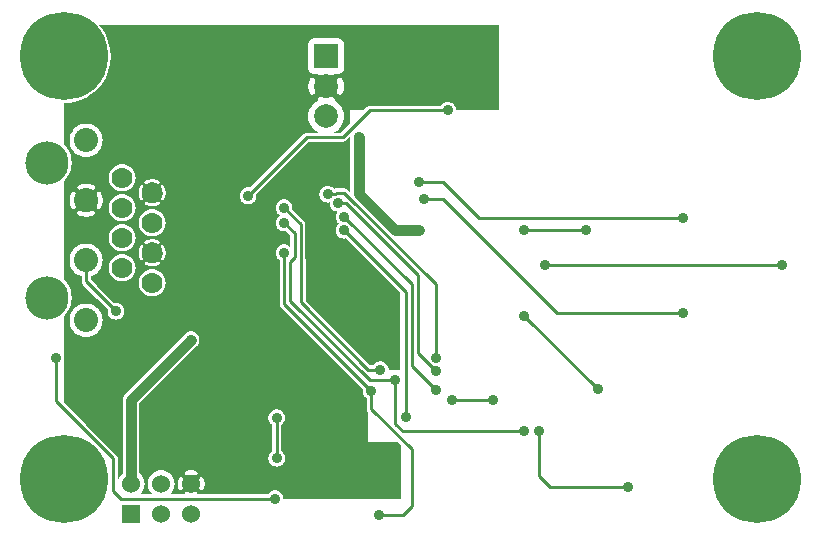
<source format=gbr>
G04 start of page 3 for group 1 idx 1 *
G04 Title: (unknown), bottom *
G04 Creator: pcb 20110918 *
G04 CreationDate: Mon 23 Feb 2015 09:14:10 PM GMT UTC *
G04 For: railfan *
G04 Format: Gerber/RS-274X *
G04 PCB-Dimensions: 265000 175000 *
G04 PCB-Coordinate-Origin: lower left *
%MOIN*%
%FSLAX25Y25*%
%LNBOTTOM*%
%ADD60C,0.1280*%
%ADD59C,0.0300*%
%ADD58C,0.0480*%
%ADD57C,0.0380*%
%ADD56C,0.1285*%
%ADD55C,0.0450*%
%ADD54C,0.0200*%
%ADD53C,0.0360*%
%ADD52C,0.1440*%
%ADD51C,0.0700*%
%ADD50C,0.0800*%
%ADD49C,0.0600*%
%ADD48C,0.2937*%
%ADD47C,0.0787*%
%ADD46C,0.0350*%
%ADD45C,0.0100*%
%ADD44C,0.0001*%
G54D44*G36*
X109261Y129500D02*X109941D01*
X110000Y129495D01*
X110235Y129514D01*
X110235Y129514D01*
X110465Y129569D01*
X110683Y129659D01*
X110884Y129783D01*
X111064Y129936D01*
X111102Y129981D01*
X112500Y131379D01*
Y112621D01*
X111602Y113519D01*
X111564Y113564D01*
X111384Y113717D01*
X111183Y113841D01*
X110965Y113931D01*
X110735Y113986D01*
X110735Y113986D01*
X110500Y114005D01*
X110441Y114000D01*
X109261D01*
Y129500D01*
G37*
G36*
Y168500D02*X112500D01*
Y135621D01*
X109379Y132500D01*
X109261D01*
Y134433D01*
X109318Y134500D01*
X109806Y135296D01*
X110164Y136160D01*
X110382Y137068D01*
X110437Y138000D01*
X110382Y138932D01*
X110164Y139840D01*
X109806Y140704D01*
X109318Y141500D01*
X109261Y141567D01*
Y145183D01*
X109331Y145195D01*
X109480Y145246D01*
X109619Y145319D01*
X109745Y145413D01*
X109855Y145525D01*
X109946Y145654D01*
X110013Y145796D01*
X110204Y146328D01*
X110337Y146877D01*
X110417Y147436D01*
X110444Y148000D01*
X110417Y148564D01*
X110337Y149123D01*
X110204Y149672D01*
X110019Y150206D01*
X109950Y150348D01*
X109858Y150477D01*
X109748Y150591D01*
X109621Y150685D01*
X109481Y150759D01*
X109332Y150809D01*
X109261Y150821D01*
Y152240D01*
X109348Y152275D01*
X109616Y152440D01*
X109856Y152644D01*
X110060Y152884D01*
X110225Y153152D01*
X110345Y153443D01*
X110418Y153749D01*
X110437Y154063D01*
X110418Y162251D01*
X110345Y162557D01*
X110225Y162848D01*
X110060Y163116D01*
X109856Y163356D01*
X109616Y163560D01*
X109348Y163725D01*
X109261Y163760D01*
Y168500D01*
G37*
G36*
Y132500D02*X106736D01*
X107204Y132694D01*
X108000Y133182D01*
X108711Y133789D01*
X109261Y134433D01*
Y132500D01*
G37*
G36*
X99739Y129500D02*X109261D01*
Y114000D01*
X108059D01*
X108000Y114005D01*
X107765Y113986D01*
X107535Y113931D01*
X107317Y113841D01*
X107181Y113757D01*
X106986Y113986D01*
X106651Y114272D01*
X106275Y114503D01*
X105868Y114671D01*
X105439Y114774D01*
X105000Y114809D01*
X104561Y114774D01*
X104132Y114671D01*
X103725Y114503D01*
X103349Y114272D01*
X103014Y113986D01*
X102728Y113651D01*
X102497Y113275D01*
X102329Y112868D01*
X102226Y112439D01*
X102191Y112000D01*
X102226Y111561D01*
X102329Y111132D01*
X102497Y110725D01*
X102728Y110349D01*
X103014Y110014D01*
X103349Y109728D01*
X103725Y109497D01*
X104132Y109329D01*
X104561Y109226D01*
X105000Y109191D01*
X105439Y109226D01*
X105714Y109292D01*
X105691Y109000D01*
X105726Y108561D01*
X105829Y108132D01*
X105997Y107725D01*
X106228Y107349D01*
X106514Y107014D01*
X106849Y106728D01*
X107225Y106497D01*
X107632Y106329D01*
X108061Y106226D01*
X108277Y106209D01*
X108228Y106151D01*
X107997Y105775D01*
X107829Y105368D01*
X107726Y104939D01*
X107691Y104500D01*
X107726Y104061D01*
X107829Y103632D01*
X107997Y103225D01*
X108228Y102849D01*
X108514Y102514D01*
X108530Y102500D01*
X99739D01*
Y129500D01*
G37*
G36*
Y134433D02*X100289Y133789D01*
X101000Y133182D01*
X101796Y132694D01*
X102264Y132500D01*
X99739D01*
Y134433D01*
G37*
G36*
Y152240D02*X99943Y152155D01*
X100249Y152082D01*
X100563Y152063D01*
X101804Y152066D01*
X101893Y151939D01*
X102004Y151826D01*
X102130Y151732D01*
X102270Y151658D01*
X102420Y151608D01*
X102576Y151581D01*
X102734Y151579D01*
X102890Y151602D01*
X103040Y151652D01*
X103392Y151778D01*
X103756Y151866D01*
X104126Y151919D01*
X104500Y151937D01*
X104874Y151919D01*
X105244Y151866D01*
X105608Y151778D01*
X105961Y151656D01*
X106111Y151606D01*
X106266Y151583D01*
X106424Y151585D01*
X106579Y151612D01*
X106728Y151662D01*
X106867Y151736D01*
X106993Y151830D01*
X107103Y151942D01*
X107194Y152071D01*
X107198Y152078D01*
X108751Y152082D01*
X109057Y152155D01*
X109261Y152240D01*
Y150821D01*
X109176Y150836D01*
X109018Y150838D01*
X108861Y150815D01*
X108710Y150768D01*
X108569Y150698D01*
X108439Y150607D01*
X108326Y150496D01*
X108232Y150370D01*
X108158Y150230D01*
X108108Y150080D01*
X108081Y149924D01*
X108079Y149766D01*
X108102Y149610D01*
X108152Y149460D01*
X108278Y149108D01*
X108366Y148744D01*
X108419Y148374D01*
X108437Y148000D01*
X108419Y147626D01*
X108366Y147256D01*
X108278Y146892D01*
X108156Y146539D01*
X108106Y146389D01*
X108083Y146234D01*
X108085Y146076D01*
X108112Y145921D01*
X108162Y145772D01*
X108236Y145633D01*
X108330Y145507D01*
X108442Y145397D01*
X108571Y145306D01*
X108712Y145236D01*
X108862Y145189D01*
X109018Y145167D01*
X109175Y145168D01*
X109261Y145183D01*
Y141567D01*
X108711Y142211D01*
X108000Y142818D01*
X107321Y143235D01*
X107336Y143324D01*
X107338Y143482D01*
X107315Y143639D01*
X107268Y143790D01*
X107198Y143931D01*
X107107Y144061D01*
X106996Y144174D01*
X106870Y144268D01*
X106730Y144342D01*
X106580Y144392D01*
X106424Y144419D01*
X106266Y144421D01*
X106110Y144398D01*
X105960Y144348D01*
X105608Y144222D01*
X105244Y144134D01*
X104874Y144081D01*
X104500Y144063D01*
X104126Y144081D01*
X103756Y144134D01*
X103392Y144222D01*
X103039Y144344D01*
X102889Y144394D01*
X102734Y144417D01*
X102576Y144415D01*
X102421Y144388D01*
X102272Y144338D01*
X102133Y144264D01*
X102007Y144170D01*
X101897Y144058D01*
X101806Y143929D01*
X101736Y143788D01*
X101689Y143638D01*
X101667Y143482D01*
X101668Y143325D01*
X101683Y143237D01*
X101000Y142818D01*
X100289Y142211D01*
X99739Y141567D01*
Y145179D01*
X99824Y145164D01*
X99982Y145162D01*
X100139Y145185D01*
X100290Y145232D01*
X100431Y145302D01*
X100561Y145393D01*
X100674Y145504D01*
X100768Y145630D01*
X100842Y145770D01*
X100892Y145920D01*
X100919Y146076D01*
X100921Y146234D01*
X100898Y146390D01*
X100848Y146540D01*
X100722Y146892D01*
X100634Y147256D01*
X100581Y147626D01*
X100563Y148000D01*
X100581Y148374D01*
X100634Y148744D01*
X100722Y149108D01*
X100844Y149461D01*
X100894Y149611D01*
X100917Y149766D01*
X100915Y149924D01*
X100888Y150079D01*
X100838Y150228D01*
X100764Y150367D01*
X100670Y150493D01*
X100558Y150603D01*
X100429Y150694D01*
X100288Y150764D01*
X100138Y150811D01*
X99982Y150833D01*
X99825Y150832D01*
X99739Y150817D01*
Y152240D01*
G37*
G36*
Y168500D02*X109261D01*
Y163760D01*
X109057Y163845D01*
X108751Y163918D01*
X108437Y163937D01*
X100249Y163918D01*
X99943Y163845D01*
X99739Y163760D01*
Y168500D01*
G37*
G36*
X50220D02*X99739D01*
Y163760D01*
X99652Y163725D01*
X99384Y163560D01*
X99144Y163356D01*
X98940Y163116D01*
X98775Y162848D01*
X98655Y162557D01*
X98582Y162251D01*
X98563Y161937D01*
X98582Y153749D01*
X98655Y153443D01*
X98775Y153152D01*
X98940Y152884D01*
X99144Y152644D01*
X99384Y152440D01*
X99652Y152275D01*
X99739Y152240D01*
Y150817D01*
X99669Y150805D01*
X99520Y150754D01*
X99381Y150681D01*
X99255Y150587D01*
X99145Y150475D01*
X99054Y150346D01*
X98987Y150204D01*
X98796Y149672D01*
X98663Y149123D01*
X98583Y148564D01*
X98556Y148000D01*
X98583Y147436D01*
X98663Y146877D01*
X98796Y146328D01*
X98981Y145794D01*
X99050Y145652D01*
X99142Y145523D01*
X99252Y145409D01*
X99379Y145315D01*
X99519Y145241D01*
X99668Y145191D01*
X99739Y145179D01*
Y141567D01*
X99682Y141500D01*
X99194Y140704D01*
X98836Y139840D01*
X98618Y138932D01*
X98545Y138000D01*
X98618Y137068D01*
X98836Y136160D01*
X99194Y135296D01*
X99682Y134500D01*
X99739Y134433D01*
Y132500D01*
X98059D01*
X98000Y132505D01*
X97765Y132486D01*
X97535Y132431D01*
X97317Y132341D01*
X97116Y132217D01*
X97115Y132217D01*
X96936Y132064D01*
X96898Y132019D01*
X79111Y114233D01*
X78939Y114274D01*
X78500Y114309D01*
X78061Y114274D01*
X77632Y114171D01*
X77225Y114003D01*
X76849Y113772D01*
X76514Y113486D01*
X76228Y113151D01*
X75997Y112775D01*
X75829Y112368D01*
X75726Y111939D01*
X75691Y111500D01*
X75726Y111061D01*
X75829Y110632D01*
X75997Y110225D01*
X76228Y109849D01*
X76514Y109514D01*
X76849Y109228D01*
X77225Y108997D01*
X77632Y108829D01*
X78061Y108726D01*
X78500Y108691D01*
X78939Y108726D01*
X79368Y108829D01*
X79775Y108997D01*
X80151Y109228D01*
X80486Y109514D01*
X80772Y109849D01*
X81003Y110225D01*
X81171Y110632D01*
X81274Y111061D01*
X81300Y111500D01*
X81274Y111939D01*
X81233Y112111D01*
X98621Y129500D01*
X99739D01*
Y102500D01*
X97416D01*
X97341Y102683D01*
X97217Y102884D01*
X97064Y103064D01*
X97019Y103102D01*
X93233Y106889D01*
X93274Y107061D01*
X93300Y107500D01*
X93274Y107939D01*
X93171Y108368D01*
X93003Y108775D01*
X92772Y109151D01*
X92486Y109486D01*
X92151Y109772D01*
X91775Y110003D01*
X91368Y110171D01*
X90939Y110274D01*
X90500Y110309D01*
X90061Y110274D01*
X89632Y110171D01*
X89225Y110003D01*
X88849Y109772D01*
X88514Y109486D01*
X88228Y109151D01*
X87997Y108775D01*
X87829Y108368D01*
X87726Y107939D01*
X87691Y107500D01*
X87726Y107061D01*
X87829Y106632D01*
X87997Y106225D01*
X88228Y105849D01*
X88514Y105514D01*
X88849Y105228D01*
X89221Y105000D01*
X88849Y104772D01*
X88514Y104486D01*
X88228Y104151D01*
X87997Y103775D01*
X87829Y103368D01*
X87726Y102939D01*
X87691Y102500D01*
X51000D01*
X50958Y103206D01*
X50793Y103895D01*
X50522Y104549D01*
X50220Y105041D01*
Y110044D01*
X50271Y110083D01*
X50326Y110139D01*
X50370Y110204D01*
X50564Y110556D01*
X50721Y110926D01*
X50844Y111309D01*
X50933Y111700D01*
X50987Y112099D01*
X51004Y112500D01*
X50987Y112901D01*
X50933Y113300D01*
X50844Y113691D01*
X50721Y114074D01*
X50564Y114444D01*
X50374Y114798D01*
X50329Y114863D01*
X50274Y114920D01*
X50220Y114960D01*
Y168500D01*
G37*
G36*
X46502D02*X50220D01*
Y114960D01*
X50210Y114968D01*
X50140Y115004D01*
X50065Y115030D01*
X49987Y115044D01*
X49908Y115045D01*
X49829Y115033D01*
X49754Y115010D01*
X49683Y114975D01*
X49618Y114929D01*
X49561Y114874D01*
X49513Y114811D01*
X49476Y114741D01*
X49451Y114666D01*
X49437Y114588D01*
X49436Y114508D01*
X49448Y114430D01*
X49471Y114354D01*
X49507Y114284D01*
X49657Y114010D01*
X49779Y113723D01*
X49875Y113426D01*
X49944Y113121D01*
X49986Y112812D01*
X50000Y112500D01*
X49986Y112188D01*
X49944Y111879D01*
X49875Y111574D01*
X49779Y111277D01*
X49657Y110990D01*
X49510Y110714D01*
X49474Y110645D01*
X49451Y110569D01*
X49440Y110491D01*
X49441Y110413D01*
X49454Y110335D01*
X49480Y110261D01*
X49516Y110191D01*
X49564Y110128D01*
X49620Y110073D01*
X49684Y110028D01*
X49755Y109993D01*
X49830Y109970D01*
X49908Y109959D01*
X49987Y109960D01*
X50064Y109973D01*
X50139Y109999D01*
X50208Y110035D01*
X50220Y110044D01*
Y105041D01*
X50152Y105153D01*
X49692Y105692D01*
X49153Y106152D01*
X48549Y106522D01*
X47895Y106793D01*
X47206Y106958D01*
X46502Y107014D01*
Y107996D01*
X46901Y108013D01*
X47300Y108067D01*
X47691Y108156D01*
X48074Y108279D01*
X48444Y108436D01*
X48798Y108626D01*
X48863Y108671D01*
X48920Y108726D01*
X48968Y108790D01*
X49004Y108860D01*
X49030Y108935D01*
X49044Y109013D01*
X49045Y109092D01*
X49033Y109171D01*
X49010Y109246D01*
X48975Y109317D01*
X48929Y109382D01*
X48874Y109439D01*
X48811Y109487D01*
X48741Y109524D01*
X48666Y109549D01*
X48588Y109563D01*
X48508Y109564D01*
X48430Y109552D01*
X48354Y109529D01*
X48284Y109493D01*
X48010Y109343D01*
X47723Y109221D01*
X47426Y109125D01*
X47121Y109056D01*
X46812Y109014D01*
X46502Y109000D01*
Y116000D01*
X46812Y115986D01*
X47121Y115944D01*
X47426Y115875D01*
X47723Y115779D01*
X48010Y115657D01*
X48286Y115510D01*
X48355Y115474D01*
X48431Y115451D01*
X48509Y115440D01*
X48587Y115441D01*
X48665Y115454D01*
X48739Y115480D01*
X48809Y115516D01*
X48872Y115564D01*
X48927Y115620D01*
X48972Y115684D01*
X49007Y115755D01*
X49030Y115830D01*
X49041Y115908D01*
X49040Y115987D01*
X49027Y116064D01*
X49001Y116139D01*
X48965Y116208D01*
X48917Y116271D01*
X48861Y116326D01*
X48796Y116370D01*
X48444Y116564D01*
X48074Y116721D01*
X47691Y116844D01*
X47300Y116933D01*
X46901Y116987D01*
X46502Y117004D01*
Y168500D01*
G37*
G36*
X42780D02*X46502D01*
Y117004D01*
X46500Y117004D01*
X46099Y116987D01*
X45700Y116933D01*
X45309Y116844D01*
X44926Y116721D01*
X44556Y116564D01*
X44202Y116374D01*
X44137Y116329D01*
X44080Y116274D01*
X44032Y116210D01*
X43996Y116140D01*
X43970Y116065D01*
X43956Y115987D01*
X43955Y115908D01*
X43967Y115829D01*
X43990Y115754D01*
X44025Y115683D01*
X44071Y115618D01*
X44126Y115561D01*
X44189Y115513D01*
X44259Y115477D01*
X44334Y115451D01*
X44412Y115437D01*
X44492Y115436D01*
X44570Y115448D01*
X44646Y115471D01*
X44716Y115507D01*
X44990Y115657D01*
X45277Y115779D01*
X45574Y115875D01*
X45879Y115944D01*
X46188Y115986D01*
X46500Y116000D01*
X46502Y116000D01*
Y109000D01*
X46500Y109000D01*
X46188Y109014D01*
X45879Y109056D01*
X45574Y109125D01*
X45277Y109221D01*
X44990Y109343D01*
X44714Y109490D01*
X44645Y109526D01*
X44569Y109549D01*
X44491Y109560D01*
X44413Y109559D01*
X44335Y109546D01*
X44261Y109520D01*
X44191Y109484D01*
X44128Y109436D01*
X44073Y109380D01*
X44028Y109316D01*
X43993Y109245D01*
X43970Y109170D01*
X43959Y109092D01*
X43960Y109013D01*
X43973Y108936D01*
X43999Y108861D01*
X44035Y108792D01*
X44083Y108729D01*
X44139Y108674D01*
X44204Y108630D01*
X44556Y108436D01*
X44926Y108279D01*
X45309Y108156D01*
X45700Y108067D01*
X46099Y108013D01*
X46500Y107996D01*
X46502Y107996D01*
Y107014D01*
X46500Y107014D01*
X45794Y106958D01*
X45105Y106793D01*
X44451Y106522D01*
X43847Y106152D01*
X43308Y105692D01*
X42848Y105153D01*
X42780Y105041D01*
Y110040D01*
X42790Y110032D01*
X42860Y109996D01*
X42935Y109970D01*
X43013Y109956D01*
X43092Y109955D01*
X43171Y109967D01*
X43246Y109990D01*
X43317Y110025D01*
X43382Y110071D01*
X43439Y110126D01*
X43487Y110189D01*
X43524Y110259D01*
X43549Y110334D01*
X43563Y110412D01*
X43564Y110492D01*
X43552Y110570D01*
X43529Y110646D01*
X43493Y110716D01*
X43343Y110990D01*
X43221Y111277D01*
X43125Y111574D01*
X43056Y111879D01*
X43014Y112188D01*
X43000Y112500D01*
X43014Y112812D01*
X43056Y113121D01*
X43125Y113426D01*
X43221Y113723D01*
X43343Y114010D01*
X43490Y114286D01*
X43526Y114355D01*
X43549Y114431D01*
X43560Y114509D01*
X43559Y114587D01*
X43546Y114665D01*
X43520Y114739D01*
X43484Y114809D01*
X43436Y114872D01*
X43380Y114927D01*
X43316Y114972D01*
X43245Y115007D01*
X43170Y115030D01*
X43092Y115041D01*
X43013Y115040D01*
X42936Y115027D01*
X42861Y115001D01*
X42792Y114965D01*
X42780Y114956D01*
Y168500D01*
G37*
G36*
X36493D02*X42780D01*
Y114956D01*
X42729Y114917D01*
X42674Y114861D01*
X42630Y114796D01*
X42436Y114444D01*
X42279Y114074D01*
X42156Y113691D01*
X42067Y113300D01*
X42013Y112901D01*
X41996Y112500D01*
X42013Y112099D01*
X42067Y111700D01*
X42156Y111309D01*
X42279Y110926D01*
X42436Y110556D01*
X42626Y110202D01*
X42671Y110137D01*
X42726Y110080D01*
X42780Y110040D01*
Y105041D01*
X42478Y104549D01*
X42207Y103895D01*
X42042Y103206D01*
X41986Y102500D01*
X36493D01*
Y102987D01*
X36500Y102986D01*
X37206Y103042D01*
X37895Y103207D01*
X38549Y103478D01*
X39153Y103848D01*
X39692Y104308D01*
X40152Y104847D01*
X40522Y105451D01*
X40793Y106105D01*
X40958Y106794D01*
X41000Y107500D01*
X40958Y108206D01*
X40793Y108895D01*
X40522Y109549D01*
X40152Y110153D01*
X39692Y110692D01*
X39153Y111152D01*
X38549Y111522D01*
X37895Y111793D01*
X37206Y111958D01*
X36500Y112014D01*
X36493Y112013D01*
Y112987D01*
X36500Y112986D01*
X37206Y113042D01*
X37895Y113207D01*
X38549Y113478D01*
X39153Y113848D01*
X39692Y114308D01*
X40152Y114847D01*
X40522Y115451D01*
X40793Y116105D01*
X40958Y116794D01*
X41000Y117500D01*
X40958Y118206D01*
X40793Y118895D01*
X40522Y119549D01*
X40152Y120153D01*
X39692Y120692D01*
X39153Y121152D01*
X38549Y121522D01*
X37895Y121793D01*
X37206Y121958D01*
X36500Y122014D01*
X36493Y122013D01*
Y168500D01*
G37*
G36*
X28993Y147892D02*X29728Y148753D01*
X31018Y150858D01*
X31962Y153138D01*
X32539Y155539D01*
X32684Y158000D01*
X32539Y160461D01*
X31962Y162862D01*
X31018Y165142D01*
X29728Y167247D01*
X28993Y168108D01*
Y168500D01*
X36493D01*
Y122013D01*
X35794Y121958D01*
X35105Y121793D01*
X34451Y121522D01*
X33847Y121152D01*
X33308Y120692D01*
X32848Y120153D01*
X32478Y119549D01*
X32207Y118895D01*
X32042Y118206D01*
X31986Y117500D01*
X32042Y116794D01*
X32207Y116105D01*
X32478Y115451D01*
X32848Y114847D01*
X33308Y114308D01*
X33847Y113848D01*
X34451Y113478D01*
X35105Y113207D01*
X35794Y113042D01*
X36493Y112987D01*
Y112013D01*
X35794Y111958D01*
X35105Y111793D01*
X34451Y111522D01*
X33847Y111152D01*
X33308Y110692D01*
X32848Y110153D01*
X32478Y109549D01*
X32207Y108895D01*
X32042Y108206D01*
X31986Y107500D01*
X32042Y106794D01*
X32207Y106105D01*
X32478Y105451D01*
X32848Y104847D01*
X33308Y104308D01*
X33847Y103848D01*
X34451Y103478D01*
X35105Y103207D01*
X35794Y103042D01*
X36493Y102987D01*
Y102500D01*
X28993D01*
Y107145D01*
X29078Y107181D01*
X29179Y107243D01*
X29269Y107319D01*
X29345Y107409D01*
X29405Y107511D01*
X29622Y107980D01*
X29789Y108469D01*
X29909Y108972D01*
X29982Y109484D01*
X30006Y110000D01*
X29982Y110516D01*
X29909Y111028D01*
X29789Y111531D01*
X29622Y112020D01*
X29410Y112492D01*
X29349Y112593D01*
X29272Y112684D01*
X29182Y112761D01*
X29080Y112823D01*
X28993Y112860D01*
Y126805D01*
X29416Y127495D01*
X29747Y128295D01*
X29949Y129137D01*
X30000Y130000D01*
X29949Y130863D01*
X29747Y131705D01*
X29416Y132505D01*
X28993Y133195D01*
Y147892D01*
G37*
G36*
Y102500D02*X24492D01*
Y104494D01*
X24500Y104494D01*
X25016Y104518D01*
X25528Y104591D01*
X26031Y104711D01*
X26520Y104878D01*
X26992Y105090D01*
X27093Y105151D01*
X27184Y105228D01*
X27261Y105318D01*
X27323Y105420D01*
X27369Y105529D01*
X27397Y105645D01*
X27406Y105763D01*
X27397Y105881D01*
X27370Y105997D01*
X27324Y106107D01*
X27262Y106208D01*
X27186Y106298D01*
X27095Y106376D01*
X26994Y106438D01*
X26885Y106484D01*
X26769Y106511D01*
X26651Y106521D01*
X26532Y106512D01*
X26417Y106484D01*
X26308Y106437D01*
X25968Y106279D01*
X25612Y106158D01*
X25247Y106070D01*
X24875Y106018D01*
X24500Y106000D01*
X24492Y106000D01*
Y114000D01*
X24500Y114000D01*
X24875Y113982D01*
X25247Y113930D01*
X25612Y113842D01*
X25968Y113721D01*
X26310Y113567D01*
X26418Y113520D01*
X26533Y113493D01*
X26651Y113483D01*
X26768Y113493D01*
X26883Y113521D01*
X26992Y113566D01*
X27093Y113628D01*
X27182Y113705D01*
X27259Y113795D01*
X27320Y113895D01*
X27365Y114004D01*
X27393Y114119D01*
X27402Y114237D01*
X27392Y114355D01*
X27365Y114469D01*
X27319Y114578D01*
X27257Y114679D01*
X27181Y114769D01*
X27091Y114845D01*
X26989Y114905D01*
X26520Y115122D01*
X26031Y115289D01*
X25528Y115409D01*
X25016Y115482D01*
X24500Y115506D01*
X24492Y115506D01*
Y124484D01*
X24500Y124483D01*
X25363Y124551D01*
X26205Y124753D01*
X27005Y125084D01*
X27743Y125537D01*
X28401Y126099D01*
X28963Y126757D01*
X28993Y126805D01*
Y112860D01*
X28971Y112869D01*
X28855Y112897D01*
X28737Y112906D01*
X28619Y112897D01*
X28503Y112870D01*
X28393Y112824D01*
X28292Y112762D01*
X28202Y112686D01*
X28124Y112595D01*
X28062Y112494D01*
X28016Y112385D01*
X27989Y112269D01*
X27979Y112151D01*
X27988Y112032D01*
X28016Y111917D01*
X28063Y111808D01*
X28221Y111468D01*
X28342Y111112D01*
X28430Y110747D01*
X28482Y110375D01*
X28500Y110000D01*
X28482Y109625D01*
X28430Y109253D01*
X28342Y108888D01*
X28221Y108532D01*
X28067Y108190D01*
X28020Y108082D01*
X27993Y107967D01*
X27983Y107849D01*
X27993Y107732D01*
X28021Y107617D01*
X28066Y107508D01*
X28128Y107407D01*
X28205Y107318D01*
X28295Y107241D01*
X28395Y107180D01*
X28504Y107135D01*
X28619Y107107D01*
X28737Y107098D01*
X28855Y107108D01*
X28969Y107135D01*
X28993Y107145D01*
Y102500D01*
G37*
G36*
Y168108D02*X28658Y168500D01*
X28993D01*
Y168108D01*
G37*
G36*
X24492Y144196D02*X26247Y145272D01*
X28124Y146876D01*
X28993Y147892D01*
Y133195D01*
X28963Y133243D01*
X28401Y133901D01*
X27743Y134463D01*
X27005Y134916D01*
X26205Y135247D01*
X25363Y135449D01*
X24500Y135517D01*
X24492Y135516D01*
Y144196D01*
G37*
G36*
X20007Y126805D02*X20037Y126757D01*
X20599Y126099D01*
X21257Y125537D01*
X21995Y125084D01*
X22795Y124753D01*
X23637Y124551D01*
X24492Y124484D01*
Y115506D01*
X23984Y115482D01*
X23472Y115409D01*
X22969Y115289D01*
X22480Y115122D01*
X22008Y114910D01*
X21907Y114849D01*
X21816Y114772D01*
X21739Y114682D01*
X21677Y114580D01*
X21631Y114471D01*
X21603Y114355D01*
X21594Y114237D01*
X21603Y114119D01*
X21630Y114003D01*
X21676Y113893D01*
X21738Y113792D01*
X21814Y113702D01*
X21905Y113624D01*
X22006Y113562D01*
X22115Y113516D01*
X22231Y113489D01*
X22349Y113479D01*
X22468Y113488D01*
X22583Y113516D01*
X22692Y113563D01*
X23032Y113721D01*
X23388Y113842D01*
X23753Y113930D01*
X24125Y113982D01*
X24492Y114000D01*
Y106000D01*
X24125Y106018D01*
X23753Y106070D01*
X23388Y106158D01*
X23032Y106279D01*
X22690Y106433D01*
X22582Y106480D01*
X22467Y106507D01*
X22349Y106517D01*
X22232Y106507D01*
X22117Y106479D01*
X22008Y106434D01*
X21907Y106372D01*
X21818Y106295D01*
X21741Y106205D01*
X21680Y106105D01*
X21635Y105996D01*
X21607Y105881D01*
X21598Y105763D01*
X21608Y105645D01*
X21635Y105531D01*
X21681Y105422D01*
X21743Y105321D01*
X21819Y105231D01*
X21909Y105155D01*
X22011Y105095D01*
X22480Y104878D01*
X22969Y104711D01*
X23472Y104591D01*
X23984Y104518D01*
X24492Y104494D01*
Y102500D01*
X20007D01*
Y107140D01*
X20029Y107131D01*
X20145Y107103D01*
X20263Y107094D01*
X20381Y107103D01*
X20497Y107130D01*
X20607Y107176D01*
X20708Y107238D01*
X20798Y107314D01*
X20876Y107405D01*
X20938Y107506D01*
X20984Y107615D01*
X21011Y107731D01*
X21021Y107849D01*
X21012Y107968D01*
X20984Y108083D01*
X20937Y108192D01*
X20779Y108532D01*
X20658Y108888D01*
X20570Y109253D01*
X20518Y109625D01*
X20500Y110000D01*
X20518Y110375D01*
X20570Y110747D01*
X20658Y111112D01*
X20779Y111468D01*
X20933Y111810D01*
X20980Y111918D01*
X21007Y112033D01*
X21017Y112151D01*
X21007Y112268D01*
X20979Y112383D01*
X20934Y112492D01*
X20872Y112593D01*
X20795Y112682D01*
X20705Y112759D01*
X20605Y112820D01*
X20496Y112865D01*
X20381Y112893D01*
X20263Y112902D01*
X20145Y112892D01*
X20031Y112865D01*
X20007Y112855D01*
Y126805D01*
G37*
G36*
Y142592D02*X21862Y143038D01*
X24142Y143982D01*
X24492Y144196D01*
Y135516D01*
X23637Y135449D01*
X22795Y135247D01*
X21995Y134916D01*
X21257Y134463D01*
X20599Y133901D01*
X20037Y133243D01*
X20007Y133195D01*
Y142592D01*
G37*
G36*
X17000Y102500D02*Y116414D01*
X17316Y116684D01*
X18154Y117665D01*
X18829Y118766D01*
X19323Y119958D01*
X19624Y121213D01*
X19700Y122500D01*
X19624Y123787D01*
X19323Y125042D01*
X18829Y126234D01*
X18154Y127335D01*
X17316Y128316D01*
X17000Y128586D01*
Y142268D01*
X19461Y142461D01*
X20007Y142592D01*
Y133195D01*
X19584Y132505D01*
X19253Y131705D01*
X19051Y130863D01*
X18983Y130000D01*
X19051Y129137D01*
X19253Y128295D01*
X19584Y127495D01*
X20007Y126805D01*
Y112855D01*
X19922Y112819D01*
X19821Y112757D01*
X19731Y112681D01*
X19655Y112591D01*
X19595Y112489D01*
X19378Y112020D01*
X19211Y111531D01*
X19091Y111028D01*
X19018Y110516D01*
X18994Y110000D01*
X19018Y109484D01*
X19091Y108972D01*
X19211Y108469D01*
X19378Y107980D01*
X19590Y107508D01*
X19651Y107407D01*
X19728Y107316D01*
X19818Y107239D01*
X19920Y107177D01*
X20007Y107140D01*
Y102500D01*
X17000D01*
G37*
G36*
X85500Y90500D02*Y116379D01*
X87621Y118500D01*
X112500D01*
Y112621D01*
X111602Y113519D01*
X111564Y113564D01*
X111384Y113717D01*
X111183Y113841D01*
X110965Y113931D01*
X110735Y113986D01*
X110735Y113986D01*
X110500Y114005D01*
X110441Y114000D01*
X108059D01*
X108000Y114005D01*
X107765Y113986D01*
X107535Y113931D01*
X107317Y113841D01*
X107181Y113757D01*
X106986Y113986D01*
X106651Y114272D01*
X106275Y114503D01*
X105868Y114671D01*
X105439Y114774D01*
X105000Y114809D01*
X104561Y114774D01*
X104132Y114671D01*
X103725Y114503D01*
X103349Y114272D01*
X103014Y113986D01*
X102728Y113651D01*
X102497Y113275D01*
X102329Y112868D01*
X102226Y112439D01*
X102191Y112000D01*
X102226Y111561D01*
X102329Y111132D01*
X102497Y110725D01*
X102728Y110349D01*
X103014Y110014D01*
X103349Y109728D01*
X103725Y109497D01*
X104132Y109329D01*
X104561Y109226D01*
X105000Y109191D01*
X105439Y109226D01*
X105714Y109292D01*
X105691Y109000D01*
X105726Y108561D01*
X105829Y108132D01*
X105997Y107725D01*
X106228Y107349D01*
X106514Y107014D01*
X106849Y106728D01*
X107225Y106497D01*
X107632Y106329D01*
X108061Y106226D01*
X108277Y106209D01*
X108228Y106151D01*
X107997Y105775D01*
X107829Y105368D01*
X107726Y104939D01*
X107691Y104500D01*
X107726Y104061D01*
X107829Y103632D01*
X107997Y103225D01*
X108228Y102849D01*
X108514Y102514D01*
X108823Y102250D01*
X108514Y101986D01*
X108228Y101651D01*
X107997Y101275D01*
X107829Y100868D01*
X107726Y100439D01*
X107691Y100000D01*
X107726Y99561D01*
X107829Y99132D01*
X107997Y98725D01*
X108228Y98349D01*
X108514Y98014D01*
X108849Y97728D01*
X109225Y97497D01*
X109632Y97329D01*
X110061Y97226D01*
X110500Y97191D01*
X110939Y97226D01*
X111111Y97267D01*
X112500Y95879D01*
Y90500D01*
X97500D01*
Y101941D01*
X97505Y102000D01*
X97486Y102235D01*
X97431Y102465D01*
X97341Y102683D01*
X97217Y102884D01*
X97064Y103064D01*
X97019Y103102D01*
X93233Y106889D01*
X93274Y107061D01*
X93300Y107500D01*
X93274Y107939D01*
X93171Y108368D01*
X93003Y108775D01*
X92772Y109151D01*
X92486Y109486D01*
X92151Y109772D01*
X91775Y110003D01*
X91368Y110171D01*
X90939Y110274D01*
X90500Y110309D01*
X90061Y110274D01*
X89632Y110171D01*
X89225Y110003D01*
X88849Y109772D01*
X88514Y109486D01*
X88228Y109151D01*
X87997Y108775D01*
X87829Y108368D01*
X87726Y107939D01*
X87691Y107500D01*
X87726Y107061D01*
X87829Y106632D01*
X87997Y106225D01*
X88228Y105849D01*
X88514Y105514D01*
X88849Y105228D01*
X89221Y105000D01*
X88849Y104772D01*
X88514Y104486D01*
X88228Y104151D01*
X87997Y103775D01*
X87829Y103368D01*
X87726Y102939D01*
X87691Y102500D01*
X87726Y102061D01*
X87829Y101632D01*
X87997Y101225D01*
X88228Y100849D01*
X88514Y100514D01*
X88849Y100228D01*
X89225Y99997D01*
X89632Y99829D01*
X90061Y99726D01*
X90500Y99691D01*
X90939Y99726D01*
X91111Y99767D01*
X92500Y98379D01*
Y94470D01*
X92486Y94486D01*
X92151Y94772D01*
X91775Y95003D01*
X91368Y95171D01*
X90939Y95274D01*
X90500Y95309D01*
X90061Y95274D01*
X89632Y95171D01*
X89225Y95003D01*
X88849Y94772D01*
X88514Y94486D01*
X88228Y94151D01*
X87997Y93775D01*
X87829Y93368D01*
X87726Y92939D01*
X87691Y92500D01*
X87726Y92061D01*
X87829Y91632D01*
X87997Y91225D01*
X88228Y90849D01*
X88514Y90514D01*
X88530Y90500D01*
X85500D01*
G37*
G36*
X87996Y91229D02*X87997Y91225D01*
X88228Y90849D01*
X88514Y90514D01*
X88849Y90228D01*
X89000Y90135D01*
Y75507D01*
X88995Y75448D01*
X89014Y75213D01*
X89069Y74983D01*
X89159Y74765D01*
X89283Y74564D01*
X89436Y74384D01*
X89481Y74346D01*
X116715Y47111D01*
X116674Y46939D01*
X116639Y46500D01*
X116674Y46061D01*
X116777Y45632D01*
X116945Y45225D01*
X117176Y44849D01*
X117462Y44514D01*
X117797Y44228D01*
X118000Y44103D01*
Y40559D01*
X117995Y40500D01*
X118014Y40265D01*
X118069Y40035D01*
X118159Y39817D01*
X118283Y39616D01*
X118436Y39436D01*
X118481Y39398D01*
X118500Y39379D01*
Y10500D01*
X90300D01*
X90274Y10939D01*
X90171Y11368D01*
X90003Y11775D01*
X89772Y12151D01*
X89486Y12486D01*
X89151Y12772D01*
X88775Y13003D01*
X88368Y13171D01*
X87996Y13261D01*
Y21192D01*
X88000Y21191D01*
X88439Y21226D01*
X88868Y21329D01*
X89275Y21497D01*
X89651Y21728D01*
X89986Y22014D01*
X90272Y22349D01*
X90503Y22725D01*
X90671Y23132D01*
X90774Y23561D01*
X90800Y24000D01*
X90774Y24439D01*
X90671Y24868D01*
X90503Y25275D01*
X90272Y25651D01*
X89986Y25986D01*
X89651Y26272D01*
X89500Y26365D01*
Y35135D01*
X89651Y35228D01*
X89986Y35514D01*
X90272Y35849D01*
X90503Y36225D01*
X90671Y36632D01*
X90774Y37061D01*
X90800Y37500D01*
X90774Y37939D01*
X90671Y38368D01*
X90503Y38775D01*
X90272Y39151D01*
X89986Y39486D01*
X89651Y39772D01*
X89275Y40003D01*
X88868Y40171D01*
X88439Y40274D01*
X88000Y40309D01*
X87996Y40308D01*
Y91229D01*
G37*
G36*
Y101229D02*X87997Y101225D01*
X88228Y100849D01*
X88514Y100514D01*
X88849Y100228D01*
X89225Y99997D01*
X89632Y99829D01*
X90061Y99726D01*
X90500Y99691D01*
X90939Y99726D01*
X91111Y99767D01*
X92500Y98379D01*
Y94470D01*
X92486Y94486D01*
X92151Y94772D01*
X91775Y95003D01*
X91368Y95171D01*
X90939Y95274D01*
X90500Y95309D01*
X90061Y95274D01*
X89632Y95171D01*
X89225Y95003D01*
X88849Y94772D01*
X88514Y94486D01*
X88228Y94151D01*
X87997Y93775D01*
X87996Y93771D01*
Y101229D01*
G37*
G36*
Y106229D02*X87997Y106225D01*
X88228Y105849D01*
X88514Y105514D01*
X88849Y105228D01*
X89221Y105000D01*
X88849Y104772D01*
X88514Y104486D01*
X88228Y104151D01*
X87997Y103775D01*
X87996Y103771D01*
Y106229D01*
G37*
G36*
Y110000D02*X89221D01*
X88849Y109772D01*
X88514Y109486D01*
X88228Y109151D01*
X87997Y108775D01*
X87996Y108771D01*
Y110000D01*
G37*
G36*
X28120D02*X28500D01*
X28482Y109625D01*
X28430Y109253D01*
X28342Y108888D01*
X28221Y108532D01*
X28120Y108308D01*
Y110000D01*
G37*
G36*
X63113D02*X76135D01*
X76228Y109849D01*
X76514Y109514D01*
X76849Y109228D01*
X77225Y108997D01*
X77632Y108829D01*
X78061Y108726D01*
X78500Y108691D01*
X78939Y108726D01*
X79368Y108829D01*
X79775Y108997D01*
X80151Y109228D01*
X80486Y109514D01*
X80772Y109849D01*
X80865Y110000D01*
X87996D01*
Y108771D01*
X87829Y108368D01*
X87726Y107939D01*
X87691Y107500D01*
X87726Y107061D01*
X87829Y106632D01*
X87996Y106229D01*
Y103771D01*
X87829Y103368D01*
X87726Y102939D01*
X87691Y102500D01*
X87726Y102061D01*
X87829Y101632D01*
X87996Y101229D01*
Y93771D01*
X87829Y93368D01*
X87726Y92939D01*
X87691Y92500D01*
X87726Y92061D01*
X87829Y91632D01*
X87996Y91229D01*
Y40308D01*
X87561Y40274D01*
X87132Y40171D01*
X86725Y40003D01*
X86349Y39772D01*
X86014Y39486D01*
X85728Y39151D01*
X85497Y38775D01*
X85329Y38368D01*
X85226Y37939D01*
X85191Y37500D01*
X85226Y37061D01*
X85329Y36632D01*
X85497Y36225D01*
X85728Y35849D01*
X86014Y35514D01*
X86349Y35228D01*
X86500Y35135D01*
Y26365D01*
X86349Y26272D01*
X86014Y25986D01*
X85728Y25651D01*
X85497Y25275D01*
X85329Y24868D01*
X85226Y24439D01*
X85191Y24000D01*
X85226Y23561D01*
X85329Y23132D01*
X85497Y22725D01*
X85728Y22349D01*
X86014Y22014D01*
X86349Y21728D01*
X86725Y21497D01*
X87132Y21329D01*
X87561Y21226D01*
X87996Y21192D01*
Y13261D01*
X87939Y13274D01*
X87500Y13309D01*
X87061Y13274D01*
X86632Y13171D01*
X86225Y13003D01*
X85849Y12772D01*
X85514Y12486D01*
X85228Y12151D01*
X85135Y12000D01*
X63113D01*
Y13353D01*
X63156Y13360D01*
X63268Y13397D01*
X63373Y13452D01*
X63468Y13522D01*
X63551Y13606D01*
X63619Y13702D01*
X63670Y13808D01*
X63818Y14216D01*
X63922Y14637D01*
X63984Y15067D01*
X64005Y15500D01*
X63984Y15933D01*
X63922Y16363D01*
X63818Y16784D01*
X63675Y17194D01*
X63622Y17300D01*
X63553Y17396D01*
X63470Y17481D01*
X63375Y17551D01*
X63269Y17606D01*
X63157Y17643D01*
X63113Y17651D01*
Y110000D01*
G37*
G36*
X59498Y59609D02*X61063Y61174D01*
X61151Y61228D01*
X61486Y61514D01*
X61772Y61849D01*
X62003Y62225D01*
X62171Y62632D01*
X62274Y63061D01*
X62300Y63500D01*
X62274Y63939D01*
X62171Y64368D01*
X62003Y64775D01*
X61772Y65151D01*
X61486Y65486D01*
X61151Y65772D01*
X60775Y66003D01*
X60368Y66171D01*
X59939Y66274D01*
X59500Y66309D01*
X59498Y66308D01*
Y110000D01*
X63113D01*
Y17651D01*
X63040Y17663D01*
X62921Y17664D01*
X62804Y17646D01*
X62691Y17610D01*
X62585Y17557D01*
X62488Y17488D01*
X62404Y17405D01*
X62333Y17309D01*
X62279Y17204D01*
X62241Y17092D01*
X62222Y16975D01*
X62221Y16856D01*
X62239Y16739D01*
X62277Y16626D01*
X62376Y16355D01*
X62444Y16075D01*
X62486Y15789D01*
X62500Y15500D01*
X62486Y15211D01*
X62444Y14925D01*
X62376Y14645D01*
X62280Y14372D01*
X62242Y14261D01*
X62225Y14144D01*
X62225Y14026D01*
X62245Y13909D01*
X62282Y13797D01*
X62336Y13693D01*
X62406Y13598D01*
X62491Y13515D01*
X62587Y13446D01*
X62692Y13393D01*
X62805Y13357D01*
X62921Y13340D01*
X63039Y13341D01*
X63113Y13353D01*
Y12000D01*
X61663D01*
X61664Y12079D01*
X61646Y12196D01*
X61610Y12309D01*
X61557Y12415D01*
X61488Y12512D01*
X61405Y12596D01*
X61309Y12667D01*
X61204Y12721D01*
X61092Y12759D01*
X60975Y12778D01*
X60856Y12779D01*
X60739Y12761D01*
X60626Y12723D01*
X60355Y12624D01*
X60075Y12556D01*
X59789Y12514D01*
X59500Y12500D01*
X59498Y12500D01*
Y18500D01*
X59500Y18500D01*
X59789Y18486D01*
X60075Y18444D01*
X60355Y18376D01*
X60628Y18280D01*
X60739Y18242D01*
X60856Y18225D01*
X60974Y18225D01*
X61091Y18245D01*
X61203Y18282D01*
X61307Y18336D01*
X61402Y18406D01*
X61485Y18491D01*
X61554Y18587D01*
X61607Y18692D01*
X61643Y18805D01*
X61660Y18921D01*
X61659Y19039D01*
X61640Y19156D01*
X61603Y19268D01*
X61548Y19373D01*
X61478Y19468D01*
X61394Y19551D01*
X61298Y19619D01*
X61192Y19670D01*
X60784Y19818D01*
X60363Y19922D01*
X59933Y19984D01*
X59500Y20005D01*
X59498Y20005D01*
Y59609D01*
G37*
G36*
Y66308D02*X59061Y66274D01*
X58632Y66171D01*
X58225Y66003D01*
X57849Y65772D01*
X57514Y65486D01*
X57228Y65151D01*
X57174Y65063D01*
X50220Y58109D01*
Y79959D01*
X50522Y80451D01*
X50793Y81105D01*
X50958Y81794D01*
X51000Y82500D01*
X50958Y83206D01*
X50793Y83895D01*
X50522Y84549D01*
X50220Y85041D01*
Y90044D01*
X50271Y90083D01*
X50326Y90139D01*
X50370Y90204D01*
X50564Y90556D01*
X50721Y90926D01*
X50844Y91309D01*
X50933Y91700D01*
X50987Y92099D01*
X51004Y92500D01*
X50987Y92901D01*
X50933Y93300D01*
X50844Y93691D01*
X50721Y94074D01*
X50564Y94444D01*
X50374Y94798D01*
X50329Y94863D01*
X50274Y94920D01*
X50220Y94960D01*
Y99959D01*
X50522Y100451D01*
X50793Y101105D01*
X50958Y101794D01*
X51000Y102500D01*
X50958Y103206D01*
X50793Y103895D01*
X50522Y104549D01*
X50220Y105041D01*
Y110000D01*
X59498D01*
Y66308D01*
G37*
G36*
X50220Y105041D02*X50152Y105153D01*
X49692Y105692D01*
X49153Y106152D01*
X48549Y106522D01*
X47895Y106793D01*
X47206Y106958D01*
X46502Y107014D01*
Y107996D01*
X46901Y108013D01*
X47300Y108067D01*
X47691Y108156D01*
X48074Y108279D01*
X48444Y108436D01*
X48798Y108626D01*
X48863Y108671D01*
X48920Y108726D01*
X48968Y108790D01*
X49004Y108860D01*
X49030Y108935D01*
X49044Y109013D01*
X49045Y109092D01*
X49033Y109171D01*
X49010Y109246D01*
X48975Y109317D01*
X48929Y109382D01*
X48874Y109439D01*
X48811Y109487D01*
X48741Y109524D01*
X48666Y109549D01*
X48588Y109563D01*
X48508Y109564D01*
X48430Y109552D01*
X48354Y109529D01*
X48284Y109493D01*
X48010Y109343D01*
X47723Y109221D01*
X47426Y109125D01*
X47121Y109056D01*
X46812Y109014D01*
X46502Y109000D01*
Y110000D01*
X49741D01*
X49755Y109993D01*
X49830Y109970D01*
X49908Y109959D01*
X49987Y109960D01*
X50064Y109973D01*
X50139Y109999D01*
X50141Y110000D01*
X50220D01*
Y105041D01*
G37*
G36*
Y85041D02*X50152Y85153D01*
X49692Y85692D01*
X49153Y86152D01*
X48549Y86522D01*
X47895Y86793D01*
X47206Y86958D01*
X46502Y87014D01*
Y87996D01*
X46901Y88013D01*
X47300Y88067D01*
X47691Y88156D01*
X48074Y88279D01*
X48444Y88436D01*
X48798Y88626D01*
X48863Y88671D01*
X48920Y88726D01*
X48968Y88790D01*
X49004Y88860D01*
X49030Y88935D01*
X49044Y89013D01*
X49045Y89092D01*
X49033Y89171D01*
X49010Y89246D01*
X48975Y89317D01*
X48929Y89382D01*
X48874Y89439D01*
X48811Y89487D01*
X48741Y89524D01*
X48666Y89549D01*
X48588Y89563D01*
X48508Y89564D01*
X48430Y89552D01*
X48354Y89529D01*
X48284Y89493D01*
X48010Y89343D01*
X47723Y89221D01*
X47426Y89125D01*
X47121Y89056D01*
X46812Y89014D01*
X46502Y89000D01*
Y96000D01*
X46812Y95986D01*
X47121Y95944D01*
X47426Y95875D01*
X47723Y95779D01*
X48010Y95657D01*
X48286Y95510D01*
X48355Y95474D01*
X48431Y95451D01*
X48509Y95440D01*
X48587Y95441D01*
X48665Y95454D01*
X48739Y95480D01*
X48809Y95516D01*
X48872Y95564D01*
X48927Y95620D01*
X48972Y95684D01*
X49007Y95755D01*
X49030Y95830D01*
X49041Y95908D01*
X49040Y95987D01*
X49027Y96064D01*
X49001Y96139D01*
X48965Y96208D01*
X48917Y96271D01*
X48861Y96326D01*
X48796Y96370D01*
X48444Y96564D01*
X48074Y96721D01*
X47691Y96844D01*
X47300Y96933D01*
X46901Y96987D01*
X46502Y97004D01*
Y97986D01*
X47206Y98042D01*
X47895Y98207D01*
X48549Y98478D01*
X49153Y98848D01*
X49692Y99308D01*
X50152Y99847D01*
X50220Y99959D01*
Y94960D01*
X50210Y94968D01*
X50140Y95004D01*
X50065Y95030D01*
X49987Y95044D01*
X49908Y95045D01*
X49829Y95033D01*
X49754Y95010D01*
X49683Y94975D01*
X49618Y94929D01*
X49561Y94874D01*
X49513Y94811D01*
X49476Y94741D01*
X49451Y94666D01*
X49437Y94588D01*
X49436Y94508D01*
X49448Y94430D01*
X49471Y94354D01*
X49507Y94284D01*
X49657Y94010D01*
X49779Y93723D01*
X49875Y93426D01*
X49944Y93121D01*
X49986Y92812D01*
X50000Y92500D01*
X49986Y92188D01*
X49944Y91879D01*
X49875Y91574D01*
X49779Y91277D01*
X49657Y90990D01*
X49510Y90714D01*
X49474Y90645D01*
X49451Y90569D01*
X49440Y90491D01*
X49441Y90413D01*
X49454Y90335D01*
X49480Y90261D01*
X49516Y90191D01*
X49564Y90128D01*
X49620Y90073D01*
X49684Y90028D01*
X49755Y89993D01*
X49830Y89970D01*
X49908Y89959D01*
X49987Y89960D01*
X50064Y89973D01*
X50139Y89999D01*
X50208Y90035D01*
X50220Y90044D01*
Y85041D01*
G37*
G36*
Y58109D02*X46502Y54391D01*
Y77986D01*
X47206Y78042D01*
X47895Y78207D01*
X48549Y78478D01*
X49153Y78848D01*
X49692Y79308D01*
X50152Y79847D01*
X50220Y79959D01*
Y58109D01*
G37*
G36*
X42780Y99959D02*X42848Y99847D01*
X43308Y99308D01*
X43847Y98848D01*
X44451Y98478D01*
X45105Y98207D01*
X45794Y98042D01*
X46500Y97986D01*
X46502Y97986D01*
Y97004D01*
X46500Y97004D01*
X46099Y96987D01*
X45700Y96933D01*
X45309Y96844D01*
X44926Y96721D01*
X44556Y96564D01*
X44202Y96374D01*
X44137Y96329D01*
X44080Y96274D01*
X44032Y96210D01*
X43996Y96140D01*
X43970Y96065D01*
X43956Y95987D01*
X43955Y95908D01*
X43967Y95829D01*
X43990Y95754D01*
X44025Y95683D01*
X44071Y95618D01*
X44126Y95561D01*
X44189Y95513D01*
X44259Y95476D01*
X44334Y95451D01*
X44412Y95437D01*
X44492Y95436D01*
X44570Y95448D01*
X44646Y95471D01*
X44716Y95507D01*
X44990Y95657D01*
X45277Y95779D01*
X45574Y95875D01*
X45879Y95944D01*
X46188Y95986D01*
X46500Y96000D01*
X46502Y96000D01*
Y89000D01*
X46500Y89000D01*
X46188Y89014D01*
X45879Y89056D01*
X45574Y89125D01*
X45277Y89221D01*
X44990Y89343D01*
X44714Y89490D01*
X44645Y89526D01*
X44569Y89549D01*
X44491Y89560D01*
X44413Y89559D01*
X44335Y89546D01*
X44261Y89520D01*
X44191Y89484D01*
X44128Y89436D01*
X44073Y89380D01*
X44028Y89316D01*
X43993Y89245D01*
X43970Y89170D01*
X43959Y89092D01*
X43960Y89013D01*
X43973Y88936D01*
X43999Y88861D01*
X44035Y88792D01*
X44083Y88729D01*
X44139Y88674D01*
X44204Y88630D01*
X44556Y88436D01*
X44926Y88279D01*
X45309Y88156D01*
X45700Y88067D01*
X46099Y88013D01*
X46500Y87996D01*
X46502Y87996D01*
Y87014D01*
X46500Y87014D01*
X45794Y86958D01*
X45105Y86793D01*
X44451Y86522D01*
X43847Y86152D01*
X43308Y85692D01*
X42848Y85153D01*
X42780Y85041D01*
Y90040D01*
X42790Y90032D01*
X42860Y89996D01*
X42935Y89970D01*
X43013Y89956D01*
X43092Y89955D01*
X43171Y89967D01*
X43246Y89990D01*
X43317Y90025D01*
X43382Y90071D01*
X43439Y90126D01*
X43487Y90189D01*
X43524Y90259D01*
X43549Y90334D01*
X43563Y90412D01*
X43564Y90492D01*
X43552Y90570D01*
X43529Y90646D01*
X43493Y90716D01*
X43343Y90990D01*
X43221Y91277D01*
X43125Y91574D01*
X43056Y91879D01*
X43014Y92188D01*
X43000Y92500D01*
X43014Y92812D01*
X43056Y93121D01*
X43125Y93426D01*
X43221Y93723D01*
X43343Y94010D01*
X43490Y94286D01*
X43526Y94355D01*
X43549Y94431D01*
X43560Y94509D01*
X43559Y94587D01*
X43546Y94665D01*
X43520Y94739D01*
X43484Y94809D01*
X43436Y94872D01*
X43380Y94927D01*
X43316Y94972D01*
X43245Y95007D01*
X43170Y95030D01*
X43092Y95041D01*
X43013Y95040D01*
X42936Y95027D01*
X42861Y95001D01*
X42792Y94965D01*
X42780Y94956D01*
Y99959D01*
G37*
G36*
Y110000D02*X42851D01*
X42860Y109996D01*
X42935Y109970D01*
X43013Y109956D01*
X43092Y109955D01*
X43171Y109967D01*
X43246Y109990D01*
X43267Y110000D01*
X46502D01*
Y109000D01*
X46500Y109000D01*
X46188Y109014D01*
X45879Y109056D01*
X45574Y109125D01*
X45277Y109221D01*
X44990Y109343D01*
X44714Y109490D01*
X44645Y109526D01*
X44569Y109549D01*
X44491Y109560D01*
X44413Y109559D01*
X44335Y109546D01*
X44261Y109520D01*
X44191Y109484D01*
X44128Y109436D01*
X44073Y109380D01*
X44028Y109316D01*
X43993Y109245D01*
X43970Y109170D01*
X43959Y109092D01*
X43960Y109013D01*
X43973Y108936D01*
X43999Y108861D01*
X44035Y108792D01*
X44083Y108729D01*
X44139Y108674D01*
X44204Y108630D01*
X44556Y108436D01*
X44926Y108279D01*
X45309Y108156D01*
X45700Y108067D01*
X46099Y108013D01*
X46500Y107996D01*
X46502Y107996D01*
Y107014D01*
X46500Y107014D01*
X45794Y106958D01*
X45105Y106793D01*
X44451Y106522D01*
X43847Y106152D01*
X43308Y105692D01*
X42848Y105153D01*
X42780Y105041D01*
Y110000D01*
G37*
G36*
X46502Y54391D02*X42780Y50669D01*
Y79959D01*
X42848Y79847D01*
X43308Y79308D01*
X43847Y78848D01*
X44451Y78478D01*
X45105Y78207D01*
X45794Y78042D01*
X46500Y77986D01*
X46502Y77986D01*
Y54391D01*
G37*
G36*
X42780Y50669D02*X37632Y45521D01*
X37549Y45451D01*
X37268Y45121D01*
X37042Y44752D01*
X36877Y44352D01*
X36775Y43932D01*
X36775Y43931D01*
X36742Y43500D01*
X36750Y43392D01*
Y19069D01*
X36493Y18850D01*
Y71073D01*
X36729Y71349D01*
X36960Y71725D01*
X37128Y72132D01*
X37231Y72561D01*
X37257Y73000D01*
X37231Y73439D01*
X37128Y73868D01*
X36960Y74275D01*
X36729Y74651D01*
X36493Y74927D01*
Y82987D01*
X36500Y82986D01*
X37206Y83042D01*
X37895Y83207D01*
X38549Y83478D01*
X39153Y83848D01*
X39692Y84308D01*
X40152Y84847D01*
X40522Y85451D01*
X40793Y86105D01*
X40958Y86794D01*
X41000Y87500D01*
X40958Y88206D01*
X40793Y88895D01*
X40522Y89549D01*
X40152Y90153D01*
X39692Y90692D01*
X39153Y91152D01*
X38549Y91522D01*
X37895Y91793D01*
X37206Y91958D01*
X36500Y92014D01*
X36493Y92013D01*
Y92987D01*
X36500Y92986D01*
X37206Y93042D01*
X37895Y93207D01*
X38549Y93478D01*
X39153Y93848D01*
X39692Y94308D01*
X40152Y94847D01*
X40522Y95451D01*
X40793Y96105D01*
X40958Y96794D01*
X41000Y97500D01*
X40958Y98206D01*
X40793Y98895D01*
X40522Y99549D01*
X40152Y100153D01*
X39692Y100692D01*
X39153Y101152D01*
X38549Y101522D01*
X37895Y101793D01*
X37206Y101958D01*
X36500Y102014D01*
X36493Y102013D01*
Y102987D01*
X36500Y102986D01*
X37206Y103042D01*
X37895Y103207D01*
X38549Y103478D01*
X39153Y103848D01*
X39692Y104308D01*
X40152Y104847D01*
X40522Y105451D01*
X40793Y106105D01*
X40958Y106794D01*
X41000Y107500D01*
X40958Y108206D01*
X40793Y108895D01*
X40522Y109549D01*
X40246Y110000D01*
X42780D01*
Y105041D01*
X42478Y104549D01*
X42207Y103895D01*
X42042Y103206D01*
X41986Y102500D01*
X42042Y101794D01*
X42207Y101105D01*
X42478Y100451D01*
X42780Y99959D01*
Y94956D01*
X42729Y94917D01*
X42674Y94861D01*
X42630Y94796D01*
X42436Y94444D01*
X42279Y94074D01*
X42156Y93691D01*
X42067Y93300D01*
X42013Y92901D01*
X41996Y92500D01*
X42013Y92099D01*
X42067Y91700D01*
X42156Y91309D01*
X42279Y90926D01*
X42436Y90556D01*
X42626Y90202D01*
X42671Y90137D01*
X42726Y90080D01*
X42780Y90040D01*
Y85041D01*
X42478Y84549D01*
X42207Y83895D01*
X42042Y83206D01*
X41986Y82500D01*
X42042Y81794D01*
X42207Y81105D01*
X42478Y80451D01*
X42780Y79959D01*
Y50669D01*
G37*
G36*
X36493Y74927D02*X36443Y74986D01*
X36108Y75272D01*
X35732Y75503D01*
X35325Y75671D01*
X34896Y75774D01*
X34457Y75809D01*
X34018Y75774D01*
X33846Y75733D01*
X28120Y81458D01*
Y85859D01*
X28401Y86099D01*
X28963Y86757D01*
X29416Y87495D01*
X29747Y88295D01*
X29949Y89137D01*
X30000Y90000D01*
X29949Y90863D01*
X29747Y91705D01*
X29416Y92505D01*
X28963Y93243D01*
X28401Y93901D01*
X28120Y94141D01*
Y107420D01*
X28128Y107407D01*
X28205Y107318D01*
X28295Y107241D01*
X28395Y107180D01*
X28504Y107135D01*
X28619Y107107D01*
X28737Y107098D01*
X28855Y107108D01*
X28969Y107135D01*
X29078Y107181D01*
X29179Y107243D01*
X29269Y107319D01*
X29345Y107409D01*
X29405Y107511D01*
X29622Y107980D01*
X29789Y108469D01*
X29909Y108972D01*
X29982Y109484D01*
X30006Y110000D01*
X32754D01*
X32478Y109549D01*
X32207Y108895D01*
X32042Y108206D01*
X31986Y107500D01*
X32042Y106794D01*
X32207Y106105D01*
X32478Y105451D01*
X32848Y104847D01*
X33308Y104308D01*
X33847Y103848D01*
X34451Y103478D01*
X35105Y103207D01*
X35794Y103042D01*
X36493Y102987D01*
Y102013D01*
X35794Y101958D01*
X35105Y101793D01*
X34451Y101522D01*
X33847Y101152D01*
X33308Y100692D01*
X32848Y100153D01*
X32478Y99549D01*
X32207Y98895D01*
X32042Y98206D01*
X31986Y97500D01*
X32042Y96794D01*
X32207Y96105D01*
X32478Y95451D01*
X32848Y94847D01*
X33308Y94308D01*
X33847Y93848D01*
X34451Y93478D01*
X35105Y93207D01*
X35794Y93042D01*
X36493Y92987D01*
Y92013D01*
X35794Y91958D01*
X35105Y91793D01*
X34451Y91522D01*
X33847Y91152D01*
X33308Y90692D01*
X32848Y90153D01*
X32478Y89549D01*
X32207Y88895D01*
X32042Y88206D01*
X31986Y87500D01*
X32042Y86794D01*
X32207Y86105D01*
X32478Y85451D01*
X32848Y84847D01*
X33308Y84308D01*
X33847Y83848D01*
X34451Y83478D01*
X35105Y83207D01*
X35794Y83042D01*
X36493Y82987D01*
Y74927D01*
G37*
G36*
Y18850D02*X36308Y18692D01*
X35848Y18153D01*
X35478Y17549D01*
X35207Y16895D01*
X35042Y16206D01*
X35000Y15676D01*
Y23941D01*
X35005Y24000D01*
X34986Y24235D01*
X34986Y24235D01*
X34931Y24465D01*
X34841Y24683D01*
X34717Y24884D01*
X34564Y25064D01*
X34519Y25102D01*
X28120Y31501D01*
Y65859D01*
X28401Y66099D01*
X28963Y66757D01*
X29416Y67495D01*
X29747Y68295D01*
X29949Y69137D01*
X30000Y70000D01*
X29949Y70863D01*
X29747Y71705D01*
X29416Y72505D01*
X28963Y73243D01*
X28401Y73901D01*
X28120Y74141D01*
Y77216D01*
X31724Y73611D01*
X31683Y73439D01*
X31648Y73000D01*
X31683Y72561D01*
X31786Y72132D01*
X31954Y71725D01*
X32185Y71349D01*
X32471Y71014D01*
X32806Y70728D01*
X33182Y70497D01*
X33589Y70329D01*
X34018Y70226D01*
X34457Y70191D01*
X34896Y70226D01*
X35325Y70329D01*
X35732Y70497D01*
X36108Y70728D01*
X36443Y71014D01*
X36493Y71073D01*
Y18850D01*
G37*
G36*
X55887Y55998D02*X59498Y59609D01*
Y20005D01*
X59067Y19984D01*
X58637Y19922D01*
X58216Y19818D01*
X57806Y19675D01*
X57700Y19622D01*
X57604Y19553D01*
X57519Y19470D01*
X57449Y19375D01*
X57394Y19269D01*
X57357Y19157D01*
X57337Y19040D01*
X57336Y18921D01*
X57354Y18804D01*
X57390Y18691D01*
X57443Y18585D01*
X57512Y18488D01*
X57595Y18404D01*
X57691Y18333D01*
X57796Y18279D01*
X57908Y18241D01*
X58025Y18222D01*
X58144Y18221D01*
X58261Y18239D01*
X58374Y18277D01*
X58645Y18376D01*
X58925Y18444D01*
X59211Y18486D01*
X59498Y18500D01*
Y12500D01*
X59211Y12514D01*
X58925Y12556D01*
X58645Y12624D01*
X58372Y12720D01*
X58261Y12758D01*
X58144Y12775D01*
X58026Y12775D01*
X57909Y12755D01*
X57797Y12718D01*
X57693Y12664D01*
X57598Y12594D01*
X57515Y12509D01*
X57446Y12413D01*
X57393Y12308D01*
X57357Y12195D01*
X57340Y12079D01*
X57340Y12000D01*
X55887D01*
Y13349D01*
X55960Y13337D01*
X56079Y13336D01*
X56196Y13354D01*
X56309Y13390D01*
X56415Y13443D01*
X56512Y13512D01*
X56596Y13595D01*
X56667Y13691D01*
X56721Y13796D01*
X56759Y13908D01*
X56778Y14025D01*
X56779Y14144D01*
X56761Y14261D01*
X56723Y14374D01*
X56624Y14645D01*
X56556Y14925D01*
X56514Y15211D01*
X56500Y15500D01*
X56514Y15789D01*
X56556Y16075D01*
X56624Y16355D01*
X56720Y16628D01*
X56758Y16739D01*
X56775Y16856D01*
X56775Y16974D01*
X56755Y17091D01*
X56718Y17203D01*
X56664Y17307D01*
X56594Y17402D01*
X56509Y17485D01*
X56413Y17554D01*
X56308Y17607D01*
X56195Y17643D01*
X56079Y17660D01*
X55961Y17659D01*
X55887Y17647D01*
Y55998D01*
G37*
G36*
X42250Y19069D02*Y42361D01*
X55887Y55998D01*
Y17647D01*
X55844Y17640D01*
X55732Y17603D01*
X55627Y17548D01*
X55532Y17478D01*
X55449Y17394D01*
X55381Y17298D01*
X55330Y17192D01*
X55182Y16784D01*
X55078Y16363D01*
X55016Y15933D01*
X54995Y15500D01*
X55016Y15067D01*
X55078Y14637D01*
X55182Y14216D01*
X55325Y13806D01*
X55378Y13700D01*
X55447Y13604D01*
X55530Y13519D01*
X55625Y13449D01*
X55731Y13394D01*
X55843Y13357D01*
X55887Y13349D01*
Y12000D01*
X52331D01*
X52692Y12308D01*
X53152Y12847D01*
X53522Y13451D01*
X53793Y14105D01*
X53958Y14794D01*
X54000Y15500D01*
X53958Y16206D01*
X53793Y16895D01*
X53522Y17549D01*
X53152Y18153D01*
X52692Y18692D01*
X52153Y19152D01*
X51549Y19522D01*
X50895Y19793D01*
X50206Y19958D01*
X49500Y20014D01*
X48794Y19958D01*
X48105Y19793D01*
X47451Y19522D01*
X46847Y19152D01*
X46308Y18692D01*
X45848Y18153D01*
X45478Y17549D01*
X45207Y16895D01*
X45042Y16206D01*
X44986Y15500D01*
X45042Y14794D01*
X45207Y14105D01*
X45478Y13451D01*
X45848Y12847D01*
X46308Y12308D01*
X46669Y12000D01*
X42331D01*
X42692Y12308D01*
X43152Y12847D01*
X43522Y13451D01*
X43793Y14105D01*
X43958Y14794D01*
X44000Y15500D01*
X43958Y16206D01*
X43793Y16895D01*
X43522Y17549D01*
X43152Y18153D01*
X42692Y18692D01*
X42250Y19069D01*
G37*
G36*
X28120Y81458D02*X26000Y83578D01*
Y84704D01*
X26205Y84753D01*
X27005Y85084D01*
X27743Y85537D01*
X28120Y85859D01*
Y81458D01*
G37*
G36*
X24502Y80833D02*X28120Y77216D01*
Y74141D01*
X27743Y74463D01*
X27005Y74916D01*
X26205Y75247D01*
X25363Y75449D01*
X24502Y75517D01*
Y80833D01*
G37*
G36*
Y110000D02*X28120D01*
Y108308D01*
X28067Y108190D01*
X28020Y108082D01*
X27993Y107967D01*
X27983Y107849D01*
X27993Y107732D01*
X28021Y107617D01*
X28066Y107508D01*
X28120Y107420D01*
Y94141D01*
X27743Y94463D01*
X27005Y94916D01*
X26205Y95247D01*
X25363Y95449D01*
X24502Y95517D01*
Y104494D01*
X25016Y104518D01*
X25528Y104591D01*
X26031Y104711D01*
X26520Y104878D01*
X26992Y105090D01*
X27093Y105151D01*
X27184Y105228D01*
X27261Y105318D01*
X27323Y105420D01*
X27369Y105529D01*
X27397Y105645D01*
X27406Y105763D01*
X27397Y105881D01*
X27370Y105997D01*
X27324Y106107D01*
X27262Y106208D01*
X27186Y106298D01*
X27095Y106376D01*
X26994Y106438D01*
X26885Y106484D01*
X26769Y106511D01*
X26651Y106521D01*
X26532Y106512D01*
X26417Y106484D01*
X26308Y106437D01*
X25968Y106279D01*
X25612Y106158D01*
X25247Y106070D01*
X24875Y106018D01*
X24502Y106000D01*
Y110000D01*
G37*
G36*
X28120Y31501D02*X24502Y35119D01*
Y64483D01*
X25363Y64551D01*
X26205Y64753D01*
X27005Y65084D01*
X27743Y65537D01*
X28120Y65859D01*
Y31501D01*
G37*
G36*
X24502Y35119D02*X17000Y42621D01*
Y56221D01*
X17003Y56225D01*
X17171Y56632D01*
X17274Y57061D01*
X17300Y57500D01*
X17274Y57939D01*
X17171Y58368D01*
X17003Y58775D01*
X17000Y58779D01*
Y71414D01*
X17316Y71684D01*
X18154Y72665D01*
X18829Y73766D01*
X19323Y74958D01*
X19624Y76213D01*
X19700Y77500D01*
X19624Y78787D01*
X19323Y80042D01*
X18829Y81234D01*
X18154Y82335D01*
X17316Y83316D01*
X17000Y83586D01*
Y110000D01*
X18994D01*
X19018Y109484D01*
X19091Y108972D01*
X19211Y108469D01*
X19378Y107980D01*
X19590Y107508D01*
X19651Y107407D01*
X19728Y107316D01*
X19818Y107239D01*
X19920Y107177D01*
X20029Y107131D01*
X20145Y107103D01*
X20263Y107094D01*
X20381Y107103D01*
X20497Y107130D01*
X20607Y107176D01*
X20708Y107238D01*
X20798Y107314D01*
X20876Y107405D01*
X20938Y107506D01*
X20984Y107615D01*
X21011Y107731D01*
X21021Y107849D01*
X21012Y107968D01*
X20984Y108083D01*
X20937Y108192D01*
X20779Y108532D01*
X20658Y108888D01*
X20570Y109253D01*
X20518Y109625D01*
X20500Y110000D01*
X24502D01*
Y106000D01*
X24500Y106000D01*
X24125Y106018D01*
X23753Y106070D01*
X23388Y106158D01*
X23032Y106279D01*
X22690Y106433D01*
X22582Y106480D01*
X22467Y106507D01*
X22349Y106517D01*
X22232Y106507D01*
X22117Y106479D01*
X22008Y106434D01*
X21907Y106372D01*
X21818Y106295D01*
X21741Y106205D01*
X21680Y106105D01*
X21635Y105996D01*
X21607Y105881D01*
X21598Y105763D01*
X21608Y105645D01*
X21635Y105531D01*
X21681Y105422D01*
X21743Y105321D01*
X21819Y105231D01*
X21909Y105155D01*
X22011Y105095D01*
X22480Y104878D01*
X22969Y104711D01*
X23472Y104591D01*
X23984Y104518D01*
X24500Y104494D01*
X24502Y104494D01*
Y95517D01*
X24500Y95517D01*
X23637Y95449D01*
X22795Y95247D01*
X21995Y94916D01*
X21257Y94463D01*
X20599Y93901D01*
X20037Y93243D01*
X19584Y92505D01*
X19253Y91705D01*
X19051Y90863D01*
X18983Y90000D01*
X19051Y89137D01*
X19253Y88295D01*
X19584Y87495D01*
X20037Y86757D01*
X20599Y86099D01*
X21257Y85537D01*
X21995Y85084D01*
X22795Y84753D01*
X23000Y84704D01*
Y83016D01*
X22995Y82957D01*
X23014Y82722D01*
X23069Y82492D01*
X23159Y82274D01*
X23283Y82073D01*
X23436Y81893D01*
X23481Y81855D01*
X24502Y80833D01*
Y75517D01*
X24500Y75517D01*
X23637Y75449D01*
X22795Y75247D01*
X21995Y74916D01*
X21257Y74463D01*
X20599Y73901D01*
X20037Y73243D01*
X19584Y72505D01*
X19253Y71705D01*
X19051Y70863D01*
X18983Y70000D01*
X19051Y69137D01*
X19253Y68295D01*
X19584Y67495D01*
X20037Y66757D01*
X20599Y66099D01*
X21257Y65537D01*
X21995Y65084D01*
X22795Y64753D01*
X23637Y64551D01*
X24500Y64483D01*
X24502Y64483D01*
Y35119D01*
G37*
G36*
X109261Y168500D02*X162000D01*
Y140000D01*
X147800D01*
X147774Y140439D01*
X147671Y140868D01*
X147503Y141275D01*
X147272Y141651D01*
X146986Y141986D01*
X146651Y142272D01*
X146275Y142503D01*
X145868Y142671D01*
X145439Y142774D01*
X145000Y142809D01*
X144561Y142774D01*
X144132Y142671D01*
X143725Y142503D01*
X143349Y142272D01*
X143014Y141986D01*
X142728Y141651D01*
X142635Y141500D01*
X119059D01*
X119000Y141505D01*
X118765Y141486D01*
X118535Y141431D01*
X118317Y141341D01*
X118116Y141217D01*
X118115Y141217D01*
X117936Y141064D01*
X117898Y141019D01*
X116879Y140000D01*
X110098D01*
X109806Y140704D01*
X109318Y141500D01*
X109261Y141567D01*
Y145183D01*
X109331Y145195D01*
X109480Y145246D01*
X109619Y145319D01*
X109745Y145413D01*
X109855Y145525D01*
X109946Y145654D01*
X110013Y145796D01*
X110204Y146328D01*
X110337Y146877D01*
X110417Y147436D01*
X110444Y148000D01*
X110417Y148564D01*
X110337Y149123D01*
X110204Y149672D01*
X110019Y150206D01*
X109950Y150348D01*
X109858Y150477D01*
X109748Y150591D01*
X109621Y150685D01*
X109481Y150759D01*
X109332Y150809D01*
X109261Y150821D01*
Y152240D01*
X109348Y152275D01*
X109616Y152440D01*
X109856Y152644D01*
X110060Y152884D01*
X110225Y153152D01*
X110345Y153443D01*
X110418Y153749D01*
X110437Y154063D01*
X110418Y162251D01*
X110345Y162557D01*
X110225Y162848D01*
X110060Y163116D01*
X109856Y163356D01*
X109616Y163560D01*
X109348Y163725D01*
X109261Y163760D01*
Y168500D01*
G37*
G36*
Y141567D02*X108711Y142211D01*
X108000Y142818D01*
X107321Y143235D01*
X107336Y143324D01*
X107338Y143482D01*
X107315Y143639D01*
X107268Y143790D01*
X107198Y143931D01*
X107107Y144061D01*
X106996Y144174D01*
X106870Y144268D01*
X106730Y144342D01*
X106580Y144392D01*
X106424Y144419D01*
X106266Y144421D01*
X106110Y144398D01*
X105960Y144348D01*
X105608Y144222D01*
X105244Y144134D01*
X104874Y144081D01*
X104500Y144063D01*
Y151937D01*
X104874Y151919D01*
X105244Y151866D01*
X105608Y151778D01*
X105961Y151656D01*
X106111Y151606D01*
X106266Y151583D01*
X106424Y151585D01*
X106579Y151612D01*
X106728Y151662D01*
X106867Y151736D01*
X106993Y151830D01*
X107103Y151942D01*
X107194Y152071D01*
X107198Y152078D01*
X108751Y152082D01*
X109057Y152155D01*
X109261Y152240D01*
Y150821D01*
X109176Y150836D01*
X109018Y150838D01*
X108861Y150815D01*
X108710Y150768D01*
X108569Y150698D01*
X108439Y150607D01*
X108326Y150496D01*
X108232Y150370D01*
X108158Y150230D01*
X108108Y150080D01*
X108081Y149924D01*
X108079Y149766D01*
X108102Y149610D01*
X108152Y149460D01*
X108278Y149108D01*
X108366Y148744D01*
X108419Y148374D01*
X108437Y148000D01*
X108419Y147626D01*
X108366Y147256D01*
X108278Y146892D01*
X108156Y146539D01*
X108106Y146389D01*
X108083Y146234D01*
X108085Y146076D01*
X108112Y145921D01*
X108162Y145772D01*
X108236Y145633D01*
X108330Y145507D01*
X108442Y145397D01*
X108571Y145306D01*
X108712Y145236D01*
X108862Y145189D01*
X109018Y145167D01*
X109175Y145168D01*
X109261Y145183D01*
Y141567D01*
G37*
G36*
X104500Y168500D02*X109261D01*
Y163760D01*
X109057Y163845D01*
X108751Y163918D01*
X108437Y163937D01*
X104500Y163928D01*
Y168500D01*
G37*
G36*
X129000Y53500D02*X125398D01*
X125372Y53939D01*
X125269Y54368D01*
X125101Y54775D01*
X124870Y55151D01*
X124584Y55486D01*
X124249Y55772D01*
X123873Y56003D01*
X123466Y56171D01*
X123037Y56274D01*
X122598Y56309D01*
X122159Y56274D01*
X121730Y56171D01*
X121323Y56003D01*
X120947Y55772D01*
X120612Y55486D01*
X120326Y55151D01*
X120233Y55000D01*
X119121D01*
X97957Y76164D01*
Y98500D01*
X108135D01*
X108228Y98349D01*
X108514Y98014D01*
X108849Y97728D01*
X109225Y97497D01*
X109632Y97329D01*
X110061Y97226D01*
X110500Y97191D01*
X110939Y97226D01*
X111111Y97267D01*
X129000Y79379D01*
Y53500D01*
G37*
G36*
X116500Y10500D02*Y29500D01*
X128379D01*
X129500Y28379D01*
Y10500D01*
X116500D01*
G37*
G54D45*X127500Y49901D02*X119099D01*
X122598Y53500D02*X118500D01*
X127500Y49901D02*Y35500D01*
X119500Y46500D02*Y40500D01*
X131000Y79500D02*Y37815D01*
X141000Y46752D02*X133000Y54752D01*
Y82000D01*
D03*
X141000Y53051D02*X135000Y59051D01*
X141000Y57500D02*Y82000D01*
X127500Y35500D02*X130000Y33000D01*
X122000Y5000D02*X130000D01*
X133000Y8000D01*
Y27000D01*
X119500Y40500D01*
X223500Y103937D02*X155563D01*
X223500Y72441D02*X181559D01*
X177500Y88500D02*X256500D01*
X170500Y100000D02*X191000D01*
X130000Y33000D02*X170500D01*
Y71500D02*X195000Y47000D01*
X146500Y43500D02*X160000D01*
X175500Y33000D02*Y18000D01*
X179000Y14500D01*
X205000D01*
X90500Y75448D02*Y92500D01*
X119099Y49901D02*X92500Y76500D01*
X118500Y53500D02*X96000Y76000D01*
X119448Y46500D02*X90500Y75448D01*
X92500Y76500D02*Y89500D01*
X94000Y91000D01*
Y99000D01*
X90500Y102500D01*
X96000Y76000D02*Y102000D01*
X90500Y107500D01*
X78500Y111500D02*X98000Y131000D01*
X111000Y109000D02*X108500D01*
G54D46*X115500Y112000D02*Y131000D01*
G54D45*X110000D02*X119000Y140000D01*
X110500Y112500D02*X108000D01*
X107500Y112000D01*
X105000D01*
X14500Y57500D02*Y43000D01*
X34457Y73000D02*X24500Y82957D01*
Y90000D01*
X14500Y43000D02*X33500Y24000D01*
Y13000D01*
X36000Y10500D01*
X87500D01*
X88000Y37500D02*Y24000D01*
G54D46*X39500Y15500D02*Y43500D01*
X59500Y63500D01*
G54D45*X98000Y131000D02*X110000D01*
X119000Y140000D02*X145000D01*
X110500Y100000D02*X131000Y79500D01*
X133000Y82000D02*X110500Y104500D01*
X181559Y72441D02*X143500Y110500D01*
X137000D01*
X135000Y59051D02*Y85000D01*
X111000Y109000D01*
X141000Y82000D02*X110500Y112500D01*
G54D46*X135500Y100000D02*X127500D01*
X115500Y112000D01*
G54D45*X155563Y103937D02*X143500Y116000D01*
X135500D01*
G54D47*X104500Y138000D03*
Y148000D03*
G54D44*G36*
X100563Y161937D02*Y154063D01*
X108437D01*
Y161937D01*
X100563D01*
G37*
G54D48*X17000Y158000D03*
X248000Y17000D03*
Y158000D03*
G54D44*G36*
X36500Y8500D02*Y2500D01*
X42500D01*
Y8500D01*
X36500D01*
G37*
G54D49*X49500Y5500D03*
X59500D03*
Y15500D03*
G54D48*X17000Y17000D03*
G54D49*X39500Y15500D03*
X49500D03*
G54D50*X24500Y130000D03*
G54D51*X36500Y117500D03*
G54D52*X11500Y122500D03*
G54D50*X24500Y90000D03*
Y70000D03*
G54D52*X11500Y77500D03*
G54D50*X24500Y110000D03*
G54D51*X46500Y112500D03*
X36500Y107500D03*
X46500Y102500D03*
X36500Y97500D03*
X46500Y92500D03*
X36500Y87500D03*
X46500Y82500D03*
G54D53*X60500Y142500D03*
X74500D03*
X60500Y147000D03*
X74500D03*
X98000Y123500D03*
X87000Y135500D03*
X82500D03*
X96000D03*
X91500D03*
X78500Y111500D03*
X54500Y124000D03*
X49000Y121500D03*
X54500Y119000D03*
Y114000D03*
Y109000D03*
X59500Y114000D03*
X34457Y73000D03*
X59500Y63500D03*
X64000Y33500D03*
X88000Y24000D03*
Y37500D03*
X14500Y57500D03*
X87500Y10500D03*
X170500Y33000D03*
Y71500D03*
X177500Y88500D03*
X175500Y33000D03*
X170500Y100000D03*
X223500Y103937D03*
X256500Y88500D03*
X191000Y100000D03*
X223500Y72441D03*
X205000Y14500D03*
X79000Y61500D03*
X110000Y93000D03*
X90500Y92500D03*
Y97500D03*
X108500Y109000D03*
X105000Y112000D03*
X90500Y107500D03*
Y102500D03*
X110500Y104500D03*
Y100000D03*
X135500D03*
X137000Y110500D03*
X110500Y120500D03*
X135500Y116000D03*
X110500Y124500D03*
X115500Y131000D03*
X145000Y140000D03*
X159000Y147500D03*
Y143000D03*
Y165500D03*
Y161000D03*
Y156500D03*
Y152000D03*
X111000Y46500D03*
X141000Y46752D03*
X195000Y47000D03*
X146500Y43500D03*
X160000D03*
X119448Y46500D03*
X127500Y49901D03*
X122598Y53500D03*
X141000Y53051D03*
Y57500D03*
X126500Y66500D03*
X131000Y37815D03*
X122000Y5000D03*
Y25500D03*
Y21000D03*
X126500D03*
X117500D03*
G54D54*G54D55*G54D56*G54D57*G54D56*G54D57*G54D58*G54D59*G54D60*G54D58*G54D60*G54D58*G54D59*M02*

</source>
